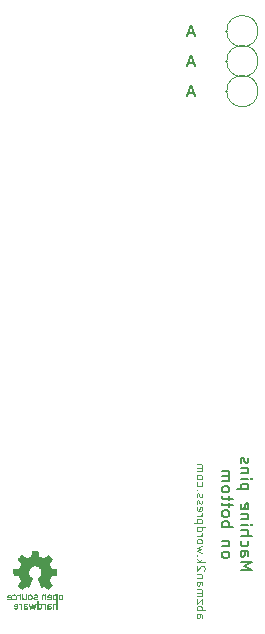
<source format=gbo>
G04 #@! TF.GenerationSoftware,KiCad,Pcbnew,(6.0.0)*
G04 #@! TF.CreationDate,2023-01-29T20:38:55-05:00*
G04 #@! TF.ProjectId,tms7000 54 pin adapter,746d7337-3030-4302-9035-342070696e20,rev?*
G04 #@! TF.SameCoordinates,Original*
G04 #@! TF.FileFunction,Legend,Bot*
G04 #@! TF.FilePolarity,Positive*
%FSLAX46Y46*%
G04 Gerber Fmt 4.6, Leading zero omitted, Abs format (unit mm)*
G04 Created by KiCad (PCBNEW (6.0.0)) date 2023-01-29 20:38:55*
%MOMM*%
%LPD*%
G01*
G04 APERTURE LIST*
%ADD10C,0.150000*%
%ADD11C,0.100000*%
%ADD12C,0.120000*%
%ADD13R,1.600000X1.600000*%
%ADD14O,1.600000X1.600000*%
%ADD15C,1.600000*%
%ADD16R,1.100000X1.100000*%
%ADD17C,1.100000*%
%ADD18O,1.400000X1.400000*%
G04 APERTURE END LIST*
D10*
X142084619Y-93868285D02*
X143084619Y-93868285D01*
X142370333Y-93534952D01*
X143084619Y-93201619D01*
X142084619Y-93201619D01*
X142084619Y-92296857D02*
X142608428Y-92296857D01*
X142703666Y-92344476D01*
X142751285Y-92439714D01*
X142751285Y-92630190D01*
X142703666Y-92725428D01*
X142132238Y-92296857D02*
X142084619Y-92392095D01*
X142084619Y-92630190D01*
X142132238Y-92725428D01*
X142227476Y-92773047D01*
X142322714Y-92773047D01*
X142417952Y-92725428D01*
X142465571Y-92630190D01*
X142465571Y-92392095D01*
X142513190Y-92296857D01*
X142132238Y-91392095D02*
X142084619Y-91487333D01*
X142084619Y-91677809D01*
X142132238Y-91773047D01*
X142179857Y-91820666D01*
X142275095Y-91868285D01*
X142560809Y-91868285D01*
X142656047Y-91820666D01*
X142703666Y-91773047D01*
X142751285Y-91677809D01*
X142751285Y-91487333D01*
X142703666Y-91392095D01*
X142084619Y-90963523D02*
X143084619Y-90963523D01*
X142084619Y-90534952D02*
X142608428Y-90534952D01*
X142703666Y-90582571D01*
X142751285Y-90677809D01*
X142751285Y-90820666D01*
X142703666Y-90915904D01*
X142656047Y-90963523D01*
X142084619Y-90058761D02*
X142751285Y-90058761D01*
X143084619Y-90058761D02*
X143037000Y-90106380D01*
X142989380Y-90058761D01*
X143037000Y-90011142D01*
X143084619Y-90058761D01*
X142989380Y-90058761D01*
X142751285Y-89582571D02*
X142084619Y-89582571D01*
X142656047Y-89582571D02*
X142703666Y-89534952D01*
X142751285Y-89439714D01*
X142751285Y-89296857D01*
X142703666Y-89201619D01*
X142608428Y-89154000D01*
X142084619Y-89154000D01*
X142132238Y-88296857D02*
X142084619Y-88392095D01*
X142084619Y-88582571D01*
X142132238Y-88677809D01*
X142227476Y-88725428D01*
X142608428Y-88725428D01*
X142703666Y-88677809D01*
X142751285Y-88582571D01*
X142751285Y-88392095D01*
X142703666Y-88296857D01*
X142608428Y-88249238D01*
X142513190Y-88249238D01*
X142417952Y-88725428D01*
X142751285Y-87058761D02*
X141751285Y-87058761D01*
X142703666Y-87058761D02*
X142751285Y-86963523D01*
X142751285Y-86773047D01*
X142703666Y-86677809D01*
X142656047Y-86630190D01*
X142560809Y-86582571D01*
X142275095Y-86582571D01*
X142179857Y-86630190D01*
X142132238Y-86677809D01*
X142084619Y-86773047D01*
X142084619Y-86963523D01*
X142132238Y-87058761D01*
X142084619Y-86154000D02*
X142751285Y-86154000D01*
X143084619Y-86154000D02*
X143037000Y-86201619D01*
X142989380Y-86154000D01*
X143037000Y-86106380D01*
X143084619Y-86154000D01*
X142989380Y-86154000D01*
X142751285Y-85677809D02*
X142084619Y-85677809D01*
X142656047Y-85677809D02*
X142703666Y-85630190D01*
X142751285Y-85534952D01*
X142751285Y-85392095D01*
X142703666Y-85296857D01*
X142608428Y-85249238D01*
X142084619Y-85249238D01*
X142132238Y-84820666D02*
X142084619Y-84725428D01*
X142084619Y-84534952D01*
X142132238Y-84439714D01*
X142227476Y-84392095D01*
X142275095Y-84392095D01*
X142370333Y-84439714D01*
X142417952Y-84534952D01*
X142417952Y-84677809D01*
X142465571Y-84773047D01*
X142560809Y-84820666D01*
X142608428Y-84820666D01*
X142703666Y-84773047D01*
X142751285Y-84677809D01*
X142751285Y-84534952D01*
X142703666Y-84439714D01*
X140474619Y-92654000D02*
X140522238Y-92749238D01*
X140569857Y-92796857D01*
X140665095Y-92844476D01*
X140950809Y-92844476D01*
X141046047Y-92796857D01*
X141093666Y-92749238D01*
X141141285Y-92654000D01*
X141141285Y-92511142D01*
X141093666Y-92415904D01*
X141046047Y-92368285D01*
X140950809Y-92320666D01*
X140665095Y-92320666D01*
X140569857Y-92368285D01*
X140522238Y-92415904D01*
X140474619Y-92511142D01*
X140474619Y-92654000D01*
X141141285Y-91892095D02*
X140474619Y-91892095D01*
X141046047Y-91892095D02*
X141093666Y-91844476D01*
X141141285Y-91749238D01*
X141141285Y-91606380D01*
X141093666Y-91511142D01*
X140998428Y-91463523D01*
X140474619Y-91463523D01*
X140474619Y-90225428D02*
X141474619Y-90225428D01*
X141093666Y-90225428D02*
X141141285Y-90130190D01*
X141141285Y-89939714D01*
X141093666Y-89844476D01*
X141046047Y-89796857D01*
X140950809Y-89749238D01*
X140665095Y-89749238D01*
X140569857Y-89796857D01*
X140522238Y-89844476D01*
X140474619Y-89939714D01*
X140474619Y-90130190D01*
X140522238Y-90225428D01*
X140474619Y-89177809D02*
X140522238Y-89273047D01*
X140569857Y-89320666D01*
X140665095Y-89368285D01*
X140950809Y-89368285D01*
X141046047Y-89320666D01*
X141093666Y-89273047D01*
X141141285Y-89177809D01*
X141141285Y-89034952D01*
X141093666Y-88939714D01*
X141046047Y-88892095D01*
X140950809Y-88844476D01*
X140665095Y-88844476D01*
X140569857Y-88892095D01*
X140522238Y-88939714D01*
X140474619Y-89034952D01*
X140474619Y-89177809D01*
X141141285Y-88558761D02*
X141141285Y-88177809D01*
X141474619Y-88415904D02*
X140617476Y-88415904D01*
X140522238Y-88368285D01*
X140474619Y-88273047D01*
X140474619Y-88177809D01*
X141141285Y-87987333D02*
X141141285Y-87606380D01*
X141474619Y-87844476D02*
X140617476Y-87844476D01*
X140522238Y-87796857D01*
X140474619Y-87701619D01*
X140474619Y-87606380D01*
X140474619Y-87130190D02*
X140522238Y-87225428D01*
X140569857Y-87273047D01*
X140665095Y-87320666D01*
X140950809Y-87320666D01*
X141046047Y-87273047D01*
X141093666Y-87225428D01*
X141141285Y-87130190D01*
X141141285Y-86987333D01*
X141093666Y-86892095D01*
X141046047Y-86844476D01*
X140950809Y-86796857D01*
X140665095Y-86796857D01*
X140569857Y-86844476D01*
X140522238Y-86892095D01*
X140474619Y-86987333D01*
X140474619Y-87130190D01*
X140474619Y-86368285D02*
X141141285Y-86368285D01*
X141046047Y-86368285D02*
X141093666Y-86320666D01*
X141141285Y-86225428D01*
X141141285Y-86082571D01*
X141093666Y-85987333D01*
X140998428Y-85939714D01*
X140474619Y-85939714D01*
X140998428Y-85939714D02*
X141093666Y-85892095D01*
X141141285Y-85796857D01*
X141141285Y-85654000D01*
X141093666Y-85558761D01*
X140998428Y-85511142D01*
X140474619Y-85511142D01*
D11*
X138367333Y-97640000D02*
X138734000Y-97640000D01*
X138800666Y-97673333D01*
X138834000Y-97740000D01*
X138834000Y-97873333D01*
X138800666Y-97940000D01*
X138400666Y-97640000D02*
X138367333Y-97706666D01*
X138367333Y-97873333D01*
X138400666Y-97940000D01*
X138467333Y-97973333D01*
X138534000Y-97973333D01*
X138600666Y-97940000D01*
X138634000Y-97873333D01*
X138634000Y-97706666D01*
X138667333Y-97640000D01*
X138367333Y-97306666D02*
X139067333Y-97306666D01*
X138800666Y-97306666D02*
X138834000Y-97240000D01*
X138834000Y-97106666D01*
X138800666Y-97040000D01*
X138767333Y-97006666D01*
X138700666Y-96973333D01*
X138500666Y-96973333D01*
X138434000Y-97006666D01*
X138400666Y-97040000D01*
X138367333Y-97106666D01*
X138367333Y-97240000D01*
X138400666Y-97306666D01*
X138834000Y-96740000D02*
X138834000Y-96373333D01*
X138367333Y-96740000D01*
X138367333Y-96373333D01*
X138367333Y-96106666D02*
X138834000Y-96106666D01*
X138767333Y-96106666D02*
X138800666Y-96073333D01*
X138834000Y-96006666D01*
X138834000Y-95906666D01*
X138800666Y-95840000D01*
X138734000Y-95806666D01*
X138367333Y-95806666D01*
X138734000Y-95806666D02*
X138800666Y-95773333D01*
X138834000Y-95706666D01*
X138834000Y-95606666D01*
X138800666Y-95540000D01*
X138734000Y-95506666D01*
X138367333Y-95506666D01*
X138367333Y-94873333D02*
X138734000Y-94873333D01*
X138800666Y-94906666D01*
X138834000Y-94973333D01*
X138834000Y-95106666D01*
X138800666Y-95173333D01*
X138400666Y-94873333D02*
X138367333Y-94940000D01*
X138367333Y-95106666D01*
X138400666Y-95173333D01*
X138467333Y-95206666D01*
X138534000Y-95206666D01*
X138600666Y-95173333D01*
X138634000Y-95106666D01*
X138634000Y-94940000D01*
X138667333Y-94873333D01*
X138834000Y-94540000D02*
X138367333Y-94540000D01*
X138767333Y-94540000D02*
X138800666Y-94506666D01*
X138834000Y-94440000D01*
X138834000Y-94340000D01*
X138800666Y-94273333D01*
X138734000Y-94240000D01*
X138367333Y-94240000D01*
X139000666Y-93940000D02*
X139034000Y-93906666D01*
X139067333Y-93840000D01*
X139067333Y-93673333D01*
X139034000Y-93606666D01*
X139000666Y-93573333D01*
X138934000Y-93540000D01*
X138867333Y-93540000D01*
X138767333Y-93573333D01*
X138367333Y-93973333D01*
X138367333Y-93540000D01*
X138367333Y-93240000D02*
X139067333Y-93240000D01*
X138634000Y-93173333D02*
X138367333Y-92973333D01*
X138834000Y-92973333D02*
X138567333Y-93240000D01*
X138434000Y-92673333D02*
X138400666Y-92640000D01*
X138367333Y-92673333D01*
X138400666Y-92706666D01*
X138434000Y-92673333D01*
X138367333Y-92673333D01*
X138834000Y-92406666D02*
X138367333Y-92273333D01*
X138700666Y-92140000D01*
X138367333Y-92006666D01*
X138834000Y-91873333D01*
X138367333Y-91506666D02*
X138400666Y-91573333D01*
X138434000Y-91606666D01*
X138500666Y-91640000D01*
X138700666Y-91640000D01*
X138767333Y-91606666D01*
X138800666Y-91573333D01*
X138834000Y-91506666D01*
X138834000Y-91406666D01*
X138800666Y-91340000D01*
X138767333Y-91306666D01*
X138700666Y-91273333D01*
X138500666Y-91273333D01*
X138434000Y-91306666D01*
X138400666Y-91340000D01*
X138367333Y-91406666D01*
X138367333Y-91506666D01*
X138367333Y-90973333D02*
X138834000Y-90973333D01*
X138700666Y-90973333D02*
X138767333Y-90940000D01*
X138800666Y-90906666D01*
X138834000Y-90840000D01*
X138834000Y-90773333D01*
X138367333Y-90240000D02*
X139067333Y-90240000D01*
X138400666Y-90240000D02*
X138367333Y-90306666D01*
X138367333Y-90440000D01*
X138400666Y-90506666D01*
X138434000Y-90540000D01*
X138500666Y-90573333D01*
X138700666Y-90573333D01*
X138767333Y-90540000D01*
X138800666Y-90506666D01*
X138834000Y-90440000D01*
X138834000Y-90306666D01*
X138800666Y-90240000D01*
X138834000Y-89906666D02*
X138134000Y-89906666D01*
X138800666Y-89906666D02*
X138834000Y-89840000D01*
X138834000Y-89706666D01*
X138800666Y-89640000D01*
X138767333Y-89606666D01*
X138700666Y-89573333D01*
X138500666Y-89573333D01*
X138434000Y-89606666D01*
X138400666Y-89640000D01*
X138367333Y-89706666D01*
X138367333Y-89840000D01*
X138400666Y-89906666D01*
X138367333Y-89273333D02*
X138834000Y-89273333D01*
X138700666Y-89273333D02*
X138767333Y-89240000D01*
X138800666Y-89206666D01*
X138834000Y-89140000D01*
X138834000Y-89073333D01*
X138400666Y-88573333D02*
X138367333Y-88640000D01*
X138367333Y-88773333D01*
X138400666Y-88840000D01*
X138467333Y-88873333D01*
X138734000Y-88873333D01*
X138800666Y-88840000D01*
X138834000Y-88773333D01*
X138834000Y-88640000D01*
X138800666Y-88573333D01*
X138734000Y-88540000D01*
X138667333Y-88540000D01*
X138600666Y-88873333D01*
X138400666Y-88273333D02*
X138367333Y-88206666D01*
X138367333Y-88073333D01*
X138400666Y-88006666D01*
X138467333Y-87973333D01*
X138500666Y-87973333D01*
X138567333Y-88006666D01*
X138600666Y-88073333D01*
X138600666Y-88173333D01*
X138634000Y-88240000D01*
X138700666Y-88273333D01*
X138734000Y-88273333D01*
X138800666Y-88240000D01*
X138834000Y-88173333D01*
X138834000Y-88073333D01*
X138800666Y-88006666D01*
X138400666Y-87706666D02*
X138367333Y-87640000D01*
X138367333Y-87506666D01*
X138400666Y-87440000D01*
X138467333Y-87406666D01*
X138500666Y-87406666D01*
X138567333Y-87440000D01*
X138600666Y-87506666D01*
X138600666Y-87606666D01*
X138634000Y-87673333D01*
X138700666Y-87706666D01*
X138734000Y-87706666D01*
X138800666Y-87673333D01*
X138834000Y-87606666D01*
X138834000Y-87506666D01*
X138800666Y-87440000D01*
X138434000Y-87106666D02*
X138400666Y-87073333D01*
X138367333Y-87106666D01*
X138400666Y-87140000D01*
X138434000Y-87106666D01*
X138367333Y-87106666D01*
X138400666Y-86473333D02*
X138367333Y-86540000D01*
X138367333Y-86673333D01*
X138400666Y-86740000D01*
X138434000Y-86773333D01*
X138500666Y-86806666D01*
X138700666Y-86806666D01*
X138767333Y-86773333D01*
X138800666Y-86740000D01*
X138834000Y-86673333D01*
X138834000Y-86540000D01*
X138800666Y-86473333D01*
X138367333Y-86073333D02*
X138400666Y-86140000D01*
X138434000Y-86173333D01*
X138500666Y-86206666D01*
X138700666Y-86206666D01*
X138767333Y-86173333D01*
X138800666Y-86140000D01*
X138834000Y-86073333D01*
X138834000Y-85973333D01*
X138800666Y-85906666D01*
X138767333Y-85873333D01*
X138700666Y-85840000D01*
X138500666Y-85840000D01*
X138434000Y-85873333D01*
X138400666Y-85906666D01*
X138367333Y-85973333D01*
X138367333Y-86073333D01*
X138367333Y-85540000D02*
X138834000Y-85540000D01*
X138767333Y-85540000D02*
X138800666Y-85506666D01*
X138834000Y-85440000D01*
X138834000Y-85340000D01*
X138800666Y-85273333D01*
X138734000Y-85240000D01*
X138367333Y-85240000D01*
X138734000Y-85240000D02*
X138800666Y-85206666D01*
X138834000Y-85140000D01*
X138834000Y-85040000D01*
X138800666Y-84973333D01*
X138734000Y-84940000D01*
X138367333Y-84940000D01*
D10*
X138138095Y-50966666D02*
X137661904Y-50966666D01*
X138233333Y-51252380D02*
X137900000Y-50252380D01*
X137566666Y-51252380D01*
X138138095Y-48426666D02*
X137661904Y-48426666D01*
X138233333Y-48712380D02*
X137900000Y-47712380D01*
X137566666Y-48712380D01*
X138138095Y-53506666D02*
X137661904Y-53506666D01*
X138233333Y-53792380D02*
X137900000Y-52792380D01*
X137566666Y-53792380D01*
G36*
X127087389Y-96262644D02*
G01*
X127080887Y-96306692D01*
X127069432Y-96343065D01*
X127052383Y-96373840D01*
X127029101Y-96401091D01*
X127013543Y-96415032D01*
X126972530Y-96440863D01*
X126927542Y-96455036D01*
X126892314Y-96457788D01*
X126851745Y-96455121D01*
X126814517Y-96447277D01*
X126788930Y-96436783D01*
X126751903Y-96411732D01*
X126720822Y-96378289D01*
X126698305Y-96338896D01*
X126693959Y-96325802D01*
X126687969Y-96294798D01*
X126684166Y-96256595D01*
X126682555Y-96214443D01*
X126682688Y-96204622D01*
X126783396Y-96204622D01*
X126784009Y-96233827D01*
X126787610Y-96273015D01*
X126794818Y-96302494D01*
X126806071Y-96323791D01*
X126821807Y-96338431D01*
X126821842Y-96338454D01*
X126851699Y-96351496D01*
X126884910Y-96355697D01*
X126917383Y-96351083D01*
X126945031Y-96337678D01*
X126954491Y-96330094D01*
X126967977Y-96315574D01*
X126977170Y-96298180D01*
X126982813Y-96275524D01*
X126985653Y-96245214D01*
X126986434Y-96204860D01*
X126986432Y-96201198D01*
X126986118Y-96168228D01*
X126985024Y-96144807D01*
X126982802Y-96128236D01*
X126979107Y-96115818D01*
X126973593Y-96104856D01*
X126958118Y-96084609D01*
X126932291Y-96065528D01*
X126902772Y-96055446D01*
X126872039Y-96054361D01*
X126842569Y-96062271D01*
X126816838Y-96079171D01*
X126797325Y-96105059D01*
X126791672Y-96117271D01*
X126787343Y-96131273D01*
X126784811Y-96148421D01*
X126783641Y-96171832D01*
X126783396Y-96204622D01*
X126682688Y-96204622D01*
X126683137Y-96171595D01*
X126685916Y-96131300D01*
X126690894Y-96096811D01*
X126698074Y-96071377D01*
X126707503Y-96051878D01*
X126734757Y-96014228D01*
X126769129Y-95984967D01*
X126808824Y-95964456D01*
X126852045Y-95953056D01*
X126896997Y-95951129D01*
X126941884Y-95959034D01*
X126984911Y-95977134D01*
X127024281Y-96005789D01*
X127033752Y-96014975D01*
X127055751Y-96041849D01*
X127071622Y-96072103D01*
X127082076Y-96107908D01*
X127087826Y-96151437D01*
X127089584Y-96204860D01*
X127089576Y-96208846D01*
X127087389Y-96262644D01*
G37*
G36*
X122977871Y-95954238D02*
G01*
X123015992Y-95963047D01*
X123062834Y-95983097D01*
X123101027Y-96012091D01*
X123130702Y-96050168D01*
X123151990Y-96097468D01*
X123165022Y-96154132D01*
X123168813Y-96208952D01*
X123164257Y-96263558D01*
X123151680Y-96314106D01*
X123131645Y-96358354D01*
X123104717Y-96394062D01*
X123098313Y-96400200D01*
X123065202Y-96424577D01*
X123026916Y-96443771D01*
X122989003Y-96454867D01*
X122965022Y-96458394D01*
X122937330Y-96459908D01*
X122912099Y-96457074D01*
X122883799Y-96449619D01*
X122871987Y-96445538D01*
X122836908Y-96429273D01*
X122804545Y-96408747D01*
X122779743Y-96386882D01*
X122772316Y-96377808D01*
X122771768Y-96370513D01*
X122779743Y-96360459D01*
X122783378Y-96356658D01*
X122797995Y-96343044D01*
X122814962Y-96328782D01*
X122838272Y-96310296D01*
X122860727Y-96327423D01*
X122865668Y-96331027D01*
X122899678Y-96348417D01*
X122935569Y-96355831D01*
X122971033Y-96353672D01*
X123003765Y-96342349D01*
X123031459Y-96322264D01*
X123051808Y-96293825D01*
X123052576Y-96292244D01*
X123059531Y-96275391D01*
X123063699Y-96257822D01*
X123065716Y-96235618D01*
X123066216Y-96204860D01*
X123066177Y-96195915D01*
X123065349Y-96168334D01*
X123062925Y-96148228D01*
X123058215Y-96131631D01*
X123050532Y-96114574D01*
X123033896Y-96089155D01*
X123009032Y-96068800D01*
X122977211Y-96057986D01*
X122937239Y-96056096D01*
X122925983Y-96056829D01*
X122903422Y-96060086D01*
X122885471Y-96066754D01*
X122866473Y-96078636D01*
X122837664Y-96098942D01*
X122814658Y-96080697D01*
X122808917Y-96076039D01*
X122792153Y-96061426D01*
X122779684Y-96049195D01*
X122777840Y-96047144D01*
X122771560Y-96038479D01*
X122772929Y-96031261D01*
X122782449Y-96020254D01*
X122785187Y-96017425D01*
X122815986Y-95992751D01*
X122854070Y-95971886D01*
X122894764Y-95957443D01*
X122904832Y-95954973D01*
X122928491Y-95950847D01*
X122950570Y-95950690D01*
X122977871Y-95954238D01*
G37*
G36*
X123411677Y-96737800D02*
G01*
X123453860Y-96748756D01*
X123491837Y-96770210D01*
X123513705Y-96786889D01*
X123513705Y-96742492D01*
X123613729Y-96742492D01*
X123613729Y-97236364D01*
X123513705Y-97236364D01*
X123513695Y-97072261D01*
X123513662Y-97039446D01*
X123513441Y-96995757D01*
X123512930Y-96962000D01*
X123512036Y-96936591D01*
X123510665Y-96917944D01*
X123508723Y-96904474D01*
X123506118Y-96894595D01*
X123502755Y-96886722D01*
X123492847Y-96871290D01*
X123469113Y-96850292D01*
X123440121Y-96838753D01*
X123408599Y-96837525D01*
X123377272Y-96847462D01*
X123352794Y-96860221D01*
X123316699Y-96816346D01*
X123315920Y-96815397D01*
X123298951Y-96793992D01*
X123289510Y-96779879D01*
X123286623Y-96771283D01*
X123289315Y-96766426D01*
X123325343Y-96747579D01*
X123367950Y-96737391D01*
X123411677Y-96737800D01*
G37*
G36*
X126123277Y-97137740D02*
G01*
X126114922Y-97157757D01*
X126091580Y-97189802D01*
X126058911Y-97215586D01*
X126018545Y-97233616D01*
X125993158Y-97239020D01*
X125958418Y-97241812D01*
X125923401Y-97240875D01*
X125894172Y-97236088D01*
X125892691Y-97235657D01*
X125871317Y-97226380D01*
X125851974Y-97213687D01*
X125833025Y-97197743D01*
X125833025Y-97236364D01*
X125725651Y-97236364D01*
X125727978Y-97064272D01*
X125833025Y-97064272D01*
X125833604Y-97078452D01*
X125838725Y-97106494D01*
X125848335Y-97127439D01*
X125861451Y-97138712D01*
X125864155Y-97139600D01*
X125882169Y-97142827D01*
X125907171Y-97144946D01*
X125934707Y-97145796D01*
X125960328Y-97145214D01*
X125979582Y-97143036D01*
X125987641Y-97140911D01*
X126010465Y-97128711D01*
X126025844Y-97110733D01*
X126032743Y-97089599D01*
X126030127Y-97067929D01*
X126016961Y-97048344D01*
X126010341Y-97042676D01*
X126002387Y-97038213D01*
X125991449Y-97035238D01*
X125975148Y-97033340D01*
X125951103Y-97032111D01*
X125916937Y-97031141D01*
X125833025Y-97029094D01*
X125833025Y-97064272D01*
X125727978Y-97064272D01*
X125728208Y-97047255D01*
X125728247Y-97044355D01*
X125729275Y-96983620D01*
X125730548Y-96934473D01*
X125732113Y-96896040D01*
X125734012Y-96867444D01*
X125736292Y-96847811D01*
X125738998Y-96836265D01*
X125752443Y-96808681D01*
X125777282Y-96779763D01*
X125811901Y-96757477D01*
X125821053Y-96753171D01*
X125838787Y-96746373D01*
X125857670Y-96741986D01*
X125881486Y-96739268D01*
X125914020Y-96737479D01*
X125940432Y-96736870D01*
X125984015Y-96739008D01*
X126019425Y-96746034D01*
X126049091Y-96758543D01*
X126075440Y-96777132D01*
X126086170Y-96786729D01*
X126097461Y-96798123D01*
X126101841Y-96804491D01*
X126101693Y-96805031D01*
X126095611Y-96811955D01*
X126082396Y-96823767D01*
X126064504Y-96838248D01*
X126027166Y-96867244D01*
X126011277Y-96852518D01*
X126002270Y-96845351D01*
X125983153Y-96836342D01*
X125957587Y-96831474D01*
X125922690Y-96830014D01*
X125907294Y-96830657D01*
X125877148Y-96836125D01*
X125853732Y-96846349D01*
X125839780Y-96860331D01*
X125837340Y-96867205D01*
X125834238Y-96885354D01*
X125833025Y-96907065D01*
X125833025Y-96941179D01*
X125925235Y-96943805D01*
X125968004Y-96945565D01*
X126002830Y-96948623D01*
X126029680Y-96953508D01*
X126050863Y-96960814D01*
X126068688Y-96971137D01*
X126085462Y-96985071D01*
X126096949Y-96997966D01*
X126114503Y-97029197D01*
X126125417Y-97065625D01*
X126127499Y-97089599D01*
X126128678Y-97103167D01*
X126123277Y-97137740D01*
G37*
G36*
X126496434Y-97236364D02*
G01*
X126494498Y-97069135D01*
X126494145Y-97039512D01*
X126493519Y-96995597D01*
X126492783Y-96961697D01*
X126491805Y-96936222D01*
X126490451Y-96917577D01*
X126488587Y-96904172D01*
X126486080Y-96894412D01*
X126482797Y-96886706D01*
X126478603Y-96879461D01*
X126477992Y-96878494D01*
X126457149Y-96856799D01*
X126429512Y-96842771D01*
X126398521Y-96837062D01*
X126367620Y-96840325D01*
X126340249Y-96853214D01*
X126329982Y-96861294D01*
X126321244Y-96870344D01*
X126314528Y-96881322D01*
X126309571Y-96895738D01*
X126306107Y-96915103D01*
X126303873Y-96940927D01*
X126302603Y-96974721D01*
X126302034Y-97017995D01*
X126301900Y-97072261D01*
X126301891Y-97236364D01*
X126201354Y-97236364D01*
X126203173Y-97044129D01*
X126203271Y-97033827D01*
X126203871Y-96978085D01*
X126204686Y-96933100D01*
X126205998Y-96897373D01*
X126208088Y-96869404D01*
X126211240Y-96847694D01*
X126215735Y-96830744D01*
X126221855Y-96817054D01*
X126229884Y-96805126D01*
X126240103Y-96793460D01*
X126252794Y-96780557D01*
X126267956Y-96767508D01*
X126303671Y-96747927D01*
X126343792Y-96737566D01*
X126385391Y-96736657D01*
X126425538Y-96745430D01*
X126461305Y-96764116D01*
X126463334Y-96765586D01*
X126477775Y-96775746D01*
X126487874Y-96782376D01*
X126488701Y-96782602D01*
X126490820Y-96779698D01*
X126492492Y-96770631D01*
X126493761Y-96754346D01*
X126494671Y-96729785D01*
X126495266Y-96695893D01*
X126495590Y-96651612D01*
X126495688Y-96595886D01*
X126495688Y-96404781D01*
X126462868Y-96426443D01*
X126447662Y-96435433D01*
X126422440Y-96447327D01*
X126400229Y-96454693D01*
X126369194Y-96458451D01*
X126327136Y-96453887D01*
X126288242Y-96438972D01*
X126254504Y-96414870D01*
X126227914Y-96382746D01*
X126210464Y-96343763D01*
X126209652Y-96340742D01*
X126205495Y-96316146D01*
X126202559Y-96282661D01*
X126200844Y-96243333D01*
X126200429Y-96207986D01*
X126305016Y-96207986D01*
X126305498Y-96246380D01*
X126307482Y-96278556D01*
X126311532Y-96302193D01*
X126318210Y-96319347D01*
X126328076Y-96332073D01*
X126341691Y-96342429D01*
X126358756Y-96350480D01*
X126388223Y-96356127D01*
X126418651Y-96354293D01*
X126446119Y-96345372D01*
X126466704Y-96329764D01*
X126472699Y-96321379D01*
X126484967Y-96293046D01*
X126492757Y-96257414D01*
X126496088Y-96217623D01*
X126494979Y-96176815D01*
X126489449Y-96138130D01*
X126479516Y-96104709D01*
X126465200Y-96079694D01*
X126456345Y-96069959D01*
X126445478Y-96062372D01*
X126430875Y-96058336D01*
X126408153Y-96056032D01*
X126385858Y-96055596D01*
X126355395Y-96061064D01*
X126332702Y-96074914D01*
X126316286Y-96097828D01*
X126311575Y-96109489D01*
X126308331Y-96123916D01*
X126306323Y-96143514D01*
X126305301Y-96170724D01*
X126305016Y-96207986D01*
X126200429Y-96207986D01*
X126200349Y-96201209D01*
X126201072Y-96159334D01*
X126203014Y-96120754D01*
X126206173Y-96088517D01*
X126210548Y-96065668D01*
X126217244Y-96046939D01*
X126238648Y-96011125D01*
X126267730Y-95983222D01*
X126302672Y-95963821D01*
X126341654Y-95953514D01*
X126382855Y-95952892D01*
X126424457Y-95962547D01*
X126464638Y-95983070D01*
X126495688Y-96003965D01*
X126495688Y-95954798D01*
X126595713Y-95954798D01*
X126595713Y-97236364D01*
X126496434Y-97236364D01*
G37*
G36*
X122739054Y-96197519D02*
G01*
X122738451Y-96235025D01*
X122735988Y-96269379D01*
X122731700Y-96295969D01*
X122719097Y-96334741D01*
X122694702Y-96378724D01*
X122661952Y-96413624D01*
X122621212Y-96439074D01*
X122572848Y-96454708D01*
X122569870Y-96455295D01*
X122515895Y-96459426D01*
X122462548Y-96451787D01*
X122412082Y-96432941D01*
X122366750Y-96403447D01*
X122360269Y-96397882D01*
X122349090Y-96386868D01*
X122344667Y-96380207D01*
X122344698Y-96379966D01*
X122349789Y-96373179D01*
X122361907Y-96361098D01*
X122378612Y-96346170D01*
X122412557Y-96317169D01*
X122435184Y-96332524D01*
X122438735Y-96334850D01*
X122459897Y-96346624D01*
X122480045Y-96355217D01*
X122489905Y-96357786D01*
X122517319Y-96360513D01*
X122546851Y-96358956D01*
X122573746Y-96353555D01*
X122593250Y-96344748D01*
X122608816Y-96328790D01*
X122623510Y-96305823D01*
X122634297Y-96281144D01*
X122638489Y-96259799D01*
X122638489Y-96242369D01*
X122330814Y-96242369D01*
X122333378Y-96172039D01*
X122334152Y-96161099D01*
X122430797Y-96161099D01*
X122638489Y-96161099D01*
X122638489Y-96143328D01*
X122635450Y-96124786D01*
X122624235Y-96099124D01*
X122607563Y-96075933D01*
X122588419Y-96060170D01*
X122587520Y-96059698D01*
X122563303Y-96051620D01*
X122534798Y-96048571D01*
X122527949Y-96048768D01*
X122494333Y-96056359D01*
X122466972Y-96074311D01*
X122446886Y-96101713D01*
X122435091Y-96137656D01*
X122430797Y-96161099D01*
X122334152Y-96161099D01*
X122336583Y-96126718D01*
X122343361Y-96089731D01*
X122354730Y-96059451D01*
X122371751Y-96033071D01*
X122395484Y-96007789D01*
X122433084Y-95979394D01*
X122477904Y-95959477D01*
X122525608Y-95951200D01*
X122574733Y-95954995D01*
X122617329Y-95968291D01*
X122657831Y-95992633D01*
X122690761Y-96026780D01*
X122715894Y-96070495D01*
X122733006Y-96123537D01*
X122734540Y-96131494D01*
X122737722Y-96161099D01*
X122737762Y-96161472D01*
X122739054Y-96197519D01*
G37*
G36*
X124743369Y-92241388D02*
G01*
X124799570Y-92241442D01*
X124845038Y-92241603D01*
X124880952Y-92241928D01*
X124908490Y-92242476D01*
X124928834Y-92243302D01*
X124943163Y-92244464D01*
X124952655Y-92246019D01*
X124958491Y-92248024D01*
X124961851Y-92250535D01*
X124963913Y-92253610D01*
X124964182Y-92254217D01*
X124967094Y-92264783D01*
X124971909Y-92286002D01*
X124978341Y-92316450D01*
X124986099Y-92354706D01*
X124994894Y-92399349D01*
X125004438Y-92448957D01*
X125014441Y-92502108D01*
X125016182Y-92511436D01*
X125026164Y-92563856D01*
X125035712Y-92612320D01*
X125044530Y-92655436D01*
X125052320Y-92691812D01*
X125058787Y-92720058D01*
X125063633Y-92738782D01*
X125066563Y-92746591D01*
X125068658Y-92748118D01*
X125081227Y-92754716D01*
X125102847Y-92764748D01*
X125131660Y-92777451D01*
X125165810Y-92792066D01*
X125203439Y-92807832D01*
X125242689Y-92823987D01*
X125281702Y-92839772D01*
X125318621Y-92854425D01*
X125351588Y-92867186D01*
X125378746Y-92877293D01*
X125398236Y-92883986D01*
X125408203Y-92886505D01*
X125411560Y-92885922D01*
X125424228Y-92880311D01*
X125444948Y-92868554D01*
X125474122Y-92850396D01*
X125512152Y-92825582D01*
X125559442Y-92793858D01*
X125616394Y-92754970D01*
X125633748Y-92743042D01*
X125683170Y-92709091D01*
X125723576Y-92681409D01*
X125755953Y-92659381D01*
X125781288Y-92642393D01*
X125800566Y-92629831D01*
X125814776Y-92621079D01*
X125824904Y-92615523D01*
X125831935Y-92612549D01*
X125836857Y-92611541D01*
X125840656Y-92611885D01*
X125844318Y-92612967D01*
X125849804Y-92616512D01*
X125863480Y-92628125D01*
X125883484Y-92646557D01*
X125908641Y-92670611D01*
X125937776Y-92699093D01*
X125969713Y-92730804D01*
X126003278Y-92764550D01*
X126037294Y-92799134D01*
X126070588Y-92833359D01*
X126101984Y-92866030D01*
X126130307Y-92895950D01*
X126154381Y-92921924D01*
X126173032Y-92942754D01*
X126185084Y-92957244D01*
X126189363Y-92964199D01*
X126189303Y-92964667D01*
X126184995Y-92973787D01*
X126174427Y-92991805D01*
X126158378Y-93017510D01*
X126137628Y-93049693D01*
X126112955Y-93087143D01*
X126085137Y-93128652D01*
X126054955Y-93173009D01*
X126052078Y-93177208D01*
X126012190Y-93235896D01*
X125979392Y-93285116D01*
X125953756Y-93324756D01*
X125935355Y-93354699D01*
X125924261Y-93374831D01*
X125920547Y-93385039D01*
X125921603Y-93391070D01*
X125927022Y-93408357D01*
X125936352Y-93433753D01*
X125948817Y-93465465D01*
X125963640Y-93501699D01*
X125980045Y-93540663D01*
X125997256Y-93580564D01*
X126014496Y-93619609D01*
X126030988Y-93656004D01*
X126045956Y-93687958D01*
X126058623Y-93713676D01*
X126068213Y-93731366D01*
X126073949Y-93739235D01*
X126081881Y-93742017D01*
X126100930Y-93746846D01*
X126129433Y-93753271D01*
X126165910Y-93760982D01*
X126208880Y-93769665D01*
X126256864Y-93779008D01*
X126308382Y-93788699D01*
X126356241Y-93797626D01*
X126404653Y-93806820D01*
X126448213Y-93815264D01*
X126485432Y-93822660D01*
X126514819Y-93828713D01*
X126534884Y-93833125D01*
X126544138Y-93835600D01*
X126558204Y-93841510D01*
X126558204Y-94091037D01*
X126558203Y-94099380D01*
X126558163Y-94160530D01*
X126558021Y-94210474D01*
X126557728Y-94250368D01*
X126557234Y-94281366D01*
X126556489Y-94304623D01*
X126555444Y-94321295D01*
X126554048Y-94332537D01*
X126552253Y-94339504D01*
X126550008Y-94343351D01*
X126547264Y-94345233D01*
X126538961Y-94347385D01*
X126519765Y-94351547D01*
X126491157Y-94357416D01*
X126454589Y-94364702D01*
X126411512Y-94373116D01*
X126363377Y-94382369D01*
X126311634Y-94392173D01*
X126282245Y-94397726D01*
X126224864Y-94408767D01*
X126178477Y-94418034D01*
X126142161Y-94425736D01*
X126114993Y-94432085D01*
X126096050Y-94437289D01*
X126084409Y-94441560D01*
X126079147Y-94445108D01*
X126078256Y-94446600D01*
X126072683Y-94458358D01*
X126063362Y-94479708D01*
X126050938Y-94509110D01*
X126036058Y-94545027D01*
X126019365Y-94585920D01*
X126001505Y-94630250D01*
X125985714Y-94670008D01*
X125966031Y-94720836D01*
X125951214Y-94760990D01*
X125941111Y-94790911D01*
X125935565Y-94811039D01*
X125934424Y-94821813D01*
X125937652Y-94829173D01*
X125947347Y-94846078D01*
X125962649Y-94870802D01*
X125982726Y-94902050D01*
X126006744Y-94938529D01*
X126033871Y-94978944D01*
X126063274Y-95022001D01*
X126089617Y-95060495D01*
X126116734Y-95100662D01*
X126140729Y-95136781D01*
X126160796Y-95167609D01*
X126176129Y-95191907D01*
X126185920Y-95208434D01*
X126189363Y-95215948D01*
X126189066Y-95216879D01*
X126182614Y-95225668D01*
X126168451Y-95241950D01*
X126147532Y-95264715D01*
X126120814Y-95292948D01*
X126089250Y-95325639D01*
X126053795Y-95361775D01*
X126015405Y-95400343D01*
X125987224Y-95428412D01*
X125946831Y-95468395D01*
X125913910Y-95500566D01*
X125887679Y-95525638D01*
X125867353Y-95544324D01*
X125852148Y-95557336D01*
X125841280Y-95565387D01*
X125833966Y-95569190D01*
X125829422Y-95569458D01*
X125823536Y-95566169D01*
X125808082Y-95556400D01*
X125784667Y-95541073D01*
X125754557Y-95521033D01*
X125719020Y-95497125D01*
X125679323Y-95470193D01*
X125636733Y-95441082D01*
X125600698Y-95416526D01*
X125560497Y-95389542D01*
X125524239Y-95365644D01*
X125493187Y-95345642D01*
X125468604Y-95330350D01*
X125451754Y-95320579D01*
X125443900Y-95317141D01*
X125440969Y-95317687D01*
X125427341Y-95322812D01*
X125406033Y-95332468D01*
X125379324Y-95345594D01*
X125349496Y-95361128D01*
X125336227Y-95368123D01*
X125307606Y-95382502D01*
X125283150Y-95393838D01*
X125265112Y-95401117D01*
X125255744Y-95403325D01*
X125253848Y-95402138D01*
X125249288Y-95395986D01*
X125242617Y-95384039D01*
X125233550Y-95365651D01*
X125221803Y-95340179D01*
X125207093Y-95306977D01*
X125189134Y-95265400D01*
X125167643Y-95214804D01*
X125142336Y-95154543D01*
X125112929Y-95083973D01*
X125079138Y-95002449D01*
X125061557Y-94959880D01*
X125034740Y-94894673D01*
X125009624Y-94833273D01*
X124986597Y-94776647D01*
X124966047Y-94725760D01*
X124948363Y-94681580D01*
X124933933Y-94645075D01*
X124923145Y-94617210D01*
X124916388Y-94598954D01*
X124914049Y-94591273D01*
X124914602Y-94588090D01*
X124923234Y-94575750D01*
X124940618Y-94562067D01*
X124944212Y-94559721D01*
X124963778Y-94546425D01*
X124987886Y-94529478D01*
X125012140Y-94511960D01*
X125049171Y-94482131D01*
X125104147Y-94425696D01*
X125149472Y-94362520D01*
X125184672Y-94293825D01*
X125209274Y-94220831D01*
X125222806Y-94144763D01*
X125224795Y-94066841D01*
X125214767Y-93988288D01*
X125210093Y-93967870D01*
X125185475Y-93894745D01*
X125150150Y-93826523D01*
X125105131Y-93764286D01*
X125051433Y-93709119D01*
X124990070Y-93662104D01*
X124922057Y-93624327D01*
X124848408Y-93596870D01*
X124828525Y-93591961D01*
X124779764Y-93584619D01*
X124725556Y-93581439D01*
X124670210Y-93582421D01*
X124618035Y-93587565D01*
X124573340Y-93596870D01*
X124527361Y-93612173D01*
X124464513Y-93641533D01*
X124406811Y-93679993D01*
X124351411Y-93729248D01*
X124343356Y-93737386D01*
X124306607Y-93777485D01*
X124277888Y-93815186D01*
X124254897Y-93853811D01*
X124235331Y-93896684D01*
X124213609Y-93962314D01*
X124199542Y-94039516D01*
X124197158Y-94116636D01*
X124206126Y-94192501D01*
X124226114Y-94265939D01*
X124256787Y-94335777D01*
X124297816Y-94400842D01*
X124348867Y-94459961D01*
X124409608Y-94511960D01*
X124415316Y-94516131D01*
X124439940Y-94533793D01*
X124463344Y-94550132D01*
X124481130Y-94562067D01*
X124487343Y-94566321D01*
X124502241Y-94579847D01*
X124507699Y-94591273D01*
X124506763Y-94594824D01*
X124501597Y-94609276D01*
X124492257Y-94633694D01*
X124479131Y-94667111D01*
X124462607Y-94708561D01*
X124443073Y-94757076D01*
X124420919Y-94811689D01*
X124396531Y-94871434D01*
X124370299Y-94935343D01*
X124342610Y-95002449D01*
X124321065Y-95054472D01*
X124290033Y-95129107D01*
X124263210Y-95193190D01*
X124240309Y-95247365D01*
X124221049Y-95292276D01*
X124205143Y-95328569D01*
X124192309Y-95356888D01*
X124182262Y-95377879D01*
X124174719Y-95392185D01*
X124169394Y-95400452D01*
X124166004Y-95403325D01*
X124163113Y-95403047D01*
X124149671Y-95398494D01*
X124128546Y-95389313D01*
X124101989Y-95376520D01*
X124072253Y-95361128D01*
X124059186Y-95354219D01*
X124030421Y-95339591D01*
X124005755Y-95327827D01*
X123987471Y-95319990D01*
X123977848Y-95317141D01*
X123971851Y-95319601D01*
X123956327Y-95328434D01*
X123932872Y-95342915D01*
X123902750Y-95362232D01*
X123867224Y-95385574D01*
X123827558Y-95412128D01*
X123785015Y-95441082D01*
X123749292Y-95465514D01*
X123709030Y-95492865D01*
X123672719Y-95517330D01*
X123641625Y-95538066D01*
X123617017Y-95554229D01*
X123600162Y-95564975D01*
X123592327Y-95569458D01*
X123589885Y-95569681D01*
X123583771Y-95567376D01*
X123574417Y-95561106D01*
X123561038Y-95550161D01*
X123542851Y-95533827D01*
X123519072Y-95511390D01*
X123488917Y-95482140D01*
X123451602Y-95445362D01*
X123406344Y-95400343D01*
X123396160Y-95390165D01*
X123358439Y-95352130D01*
X123323902Y-95316790D01*
X123293502Y-95285158D01*
X123268196Y-95258246D01*
X123248938Y-95237065D01*
X123236683Y-95222628D01*
X123232385Y-95215948D01*
X123235172Y-95209635D01*
X123244352Y-95193972D01*
X123259156Y-95170411D01*
X123278777Y-95140192D01*
X123302408Y-95104557D01*
X123329243Y-95064746D01*
X123358474Y-95022001D01*
X123384296Y-94984226D01*
X123411755Y-94943409D01*
X123436209Y-94906366D01*
X123456825Y-94874391D01*
X123472772Y-94848777D01*
X123483216Y-94830820D01*
X123487325Y-94821813D01*
X123487053Y-94815701D01*
X123483012Y-94798780D01*
X123474465Y-94772215D01*
X123461257Y-94735565D01*
X123443234Y-94688390D01*
X123420243Y-94630250D01*
X123414400Y-94615684D01*
X123396846Y-94572294D01*
X123380667Y-94532836D01*
X123366507Y-94498850D01*
X123355013Y-94471875D01*
X123346829Y-94453448D01*
X123342601Y-94445108D01*
X123340983Y-94443601D01*
X123332989Y-94439757D01*
X123318204Y-94435095D01*
X123295706Y-94429406D01*
X123264571Y-94422480D01*
X123223876Y-94414106D01*
X123172698Y-94404073D01*
X123110114Y-94392173D01*
X123059036Y-94382496D01*
X123010844Y-94373233D01*
X122967690Y-94364806D01*
X122931027Y-94357504D01*
X122902304Y-94351615D01*
X122882973Y-94347428D01*
X122874485Y-94345233D01*
X122874119Y-94345069D01*
X122871439Y-94343007D01*
X122869252Y-94338839D01*
X122867508Y-94331409D01*
X122866158Y-94319563D01*
X122865152Y-94302144D01*
X122864441Y-94277997D01*
X122863974Y-94245969D01*
X122863702Y-94204903D01*
X122863576Y-94153644D01*
X122863545Y-94091037D01*
X122863545Y-93841510D01*
X122877611Y-93835600D01*
X122885791Y-93833378D01*
X122905108Y-93829099D01*
X122933856Y-93823158D01*
X122970547Y-93815851D01*
X123013689Y-93807474D01*
X123061792Y-93798325D01*
X123113367Y-93788699D01*
X123161324Y-93779689D01*
X123209608Y-93770311D01*
X123252983Y-93761570D01*
X123289969Y-93753780D01*
X123319088Y-93747253D01*
X123338858Y-93742301D01*
X123347800Y-93739235D01*
X123351040Y-93735343D01*
X123359364Y-93720900D01*
X123371038Y-93697799D01*
X123385286Y-93667833D01*
X123401331Y-93632794D01*
X123418396Y-93594476D01*
X123435706Y-93554672D01*
X123452483Y-93515174D01*
X123467951Y-93477776D01*
X123481333Y-93444271D01*
X123491853Y-93416451D01*
X123498735Y-93396109D01*
X123501202Y-93385039D01*
X123501185Y-93384674D01*
X123496982Y-93373809D01*
X123485405Y-93353026D01*
X123466524Y-93322440D01*
X123440414Y-93282165D01*
X123407146Y-93232317D01*
X123366793Y-93173009D01*
X123362773Y-93167138D01*
X123332853Y-93123082D01*
X123305400Y-93082031D01*
X123281191Y-93045195D01*
X123261007Y-93013784D01*
X123245625Y-92989008D01*
X123235825Y-92972076D01*
X123232385Y-92964199D01*
X123234960Y-92959539D01*
X123245341Y-92946664D01*
X123262589Y-92927176D01*
X123285528Y-92902271D01*
X123312985Y-92873147D01*
X123343782Y-92840999D01*
X123376746Y-92807023D01*
X123410702Y-92772415D01*
X123444473Y-92738373D01*
X123476885Y-92706092D01*
X123506763Y-92676767D01*
X123532932Y-92651596D01*
X123554216Y-92631775D01*
X123569440Y-92618500D01*
X123577430Y-92612967D01*
X123578880Y-92612499D01*
X123582361Y-92611597D01*
X123586291Y-92611616D01*
X123591658Y-92613169D01*
X123599448Y-92616870D01*
X123610647Y-92623336D01*
X123626241Y-92633181D01*
X123647218Y-92647019D01*
X123674563Y-92665465D01*
X123709262Y-92689134D01*
X123752303Y-92718641D01*
X123804671Y-92754601D01*
X123834897Y-92775294D01*
X123886936Y-92810517D01*
X123929523Y-92838719D01*
X123963069Y-92860158D01*
X123987982Y-92875093D01*
X124004673Y-92883783D01*
X124013551Y-92886485D01*
X124016454Y-92885981D01*
X124030626Y-92881611D01*
X124053537Y-92873387D01*
X124083331Y-92862071D01*
X124118154Y-92848422D01*
X124156152Y-92833200D01*
X124195470Y-92817166D01*
X124234254Y-92801079D01*
X124270648Y-92785700D01*
X124302798Y-92771788D01*
X124328851Y-92760103D01*
X124346950Y-92751406D01*
X124355241Y-92746457D01*
X124355593Y-92745946D01*
X124358835Y-92736161D01*
X124363950Y-92715705D01*
X124370645Y-92685968D01*
X124378621Y-92648339D01*
X124387584Y-92604209D01*
X124397237Y-92554967D01*
X124407285Y-92502004D01*
X124408932Y-92493196D01*
X124418905Y-92440520D01*
X124428367Y-92391621D01*
X124437029Y-92347921D01*
X124444602Y-92310839D01*
X124450796Y-92281795D01*
X124455322Y-92262210D01*
X124457892Y-92253505D01*
X124458765Y-92252010D01*
X124461314Y-92249228D01*
X124465754Y-92246980D01*
X124473266Y-92245207D01*
X124485028Y-92243854D01*
X124502219Y-92242864D01*
X124526018Y-92242181D01*
X124557604Y-92241748D01*
X124598156Y-92241508D01*
X124648853Y-92241406D01*
X124710874Y-92241385D01*
X124743369Y-92241388D01*
G37*
G36*
X124113104Y-97149519D02*
G01*
X124092170Y-97183522D01*
X124061454Y-97211309D01*
X124021723Y-97231415D01*
X124021225Y-97231592D01*
X123990950Y-97238670D01*
X123954665Y-97241914D01*
X123918211Y-97241122D01*
X123887428Y-97236088D01*
X123885948Y-97235657D01*
X123864574Y-97226380D01*
X123845230Y-97213687D01*
X123826282Y-97197743D01*
X123826282Y-97236364D01*
X123726257Y-97236364D01*
X123726290Y-97060914D01*
X123826282Y-97060914D01*
X123826292Y-97063370D01*
X123829254Y-97095220D01*
X123837993Y-97117765D01*
X123853273Y-97133041D01*
X123854103Y-97133552D01*
X123869408Y-97139004D01*
X123892263Y-97143400D01*
X123918125Y-97146227D01*
X123942449Y-97146973D01*
X123960690Y-97145129D01*
X123969981Y-97142948D01*
X123987418Y-97139062D01*
X124006570Y-97130436D01*
X124021057Y-97112406D01*
X124026132Y-97087890D01*
X124026006Y-97082813D01*
X124023113Y-97063719D01*
X124015296Y-97049699D01*
X124001058Y-97040037D01*
X123978900Y-97034020D01*
X123947326Y-97030933D01*
X123904837Y-97030063D01*
X123826282Y-97030063D01*
X123826282Y-97060914D01*
X123726290Y-97060914D01*
X123726292Y-97050380D01*
X123726382Y-97015627D01*
X123726913Y-96961609D01*
X123727890Y-96915939D01*
X123729281Y-96879654D01*
X123731052Y-96853792D01*
X123733168Y-96839391D01*
X123734314Y-96835610D01*
X123749105Y-96807853D01*
X123773012Y-96782037D01*
X123803090Y-96760802D01*
X123836397Y-96746788D01*
X123856901Y-96742206D01*
X123896569Y-96737574D01*
X123939106Y-96736642D01*
X123979581Y-96739434D01*
X124013066Y-96745971D01*
X124017677Y-96747500D01*
X124037408Y-96756593D01*
X124058069Y-96769137D01*
X124076605Y-96782921D01*
X124089966Y-96795735D01*
X124095098Y-96805369D01*
X124094993Y-96805840D01*
X124089122Y-96812775D01*
X124076043Y-96824545D01*
X124058241Y-96838889D01*
X124052737Y-96843106D01*
X124035575Y-96855615D01*
X124024906Y-96861431D01*
X124018197Y-96861568D01*
X124012917Y-96857041D01*
X124002209Y-96847698D01*
X123977983Y-96836890D01*
X123947858Y-96830970D01*
X123915278Y-96829950D01*
X123883683Y-96833843D01*
X123856517Y-96842661D01*
X123837222Y-96856416D01*
X123833920Y-96860986D01*
X123828094Y-96878354D01*
X123826282Y-96905151D01*
X123826282Y-96941395D01*
X123918492Y-96943639D01*
X123928728Y-96943901D01*
X123964375Y-96945178D01*
X123990670Y-96946992D01*
X124010151Y-96949665D01*
X124025359Y-96953518D01*
X124038834Y-96958873D01*
X124073530Y-96980461D01*
X124100796Y-97010661D01*
X124117840Y-97047731D01*
X124122558Y-97068733D01*
X124122982Y-97087890D01*
X124123489Y-97110767D01*
X124113104Y-97149519D01*
G37*
G36*
X123319005Y-95960593D02*
G01*
X123351825Y-95975131D01*
X123377031Y-95996542D01*
X123377815Y-95997481D01*
X123383088Y-96001819D01*
X123386196Y-95997413D01*
X123388674Y-95982400D01*
X123391800Y-95957924D01*
X123443375Y-95956108D01*
X123494950Y-95954293D01*
X123494950Y-96455427D01*
X123443375Y-96453611D01*
X123391800Y-96451796D01*
X123388674Y-96279878D01*
X123388187Y-96253424D01*
X123387170Y-96205364D01*
X123385942Y-96167612D01*
X123384209Y-96138674D01*
X123381680Y-96117055D01*
X123378060Y-96101263D01*
X123373057Y-96089801D01*
X123366378Y-96081178D01*
X123357730Y-96073898D01*
X123346820Y-96066468D01*
X123330225Y-96059232D01*
X123303115Y-96055181D01*
X123274425Y-96057096D01*
X123249488Y-96065054D01*
X123229703Y-96075286D01*
X123205691Y-96047863D01*
X123195917Y-96036505D01*
X123180626Y-96018055D01*
X123169480Y-96003784D01*
X123157280Y-95987129D01*
X123177842Y-95974421D01*
X123205317Y-95961594D01*
X123242705Y-95953486D01*
X123281616Y-95953265D01*
X123319005Y-95960593D01*
G37*
G36*
X124486346Y-96278582D02*
G01*
X124480019Y-96316055D01*
X124470937Y-96344669D01*
X124447952Y-96382762D01*
X124414511Y-96416331D01*
X124373831Y-96440832D01*
X124327744Y-96454858D01*
X124317955Y-96456265D01*
X124278030Y-96457441D01*
X124237786Y-96452546D01*
X124203142Y-96442182D01*
X124177385Y-96427797D01*
X124145608Y-96401539D01*
X124118630Y-96370013D01*
X124100189Y-96337035D01*
X124096326Y-96326799D01*
X124091857Y-96311735D01*
X124088882Y-96295039D01*
X124087102Y-96273993D01*
X124086216Y-96245881D01*
X124085924Y-96207986D01*
X124085927Y-96204860D01*
X124185745Y-96204860D01*
X124185952Y-96227778D01*
X124187744Y-96262510D01*
X124191992Y-96288462D01*
X124199436Y-96308017D01*
X124210813Y-96323558D01*
X124226864Y-96337466D01*
X124245824Y-96348316D01*
X124278867Y-96355735D01*
X124315407Y-96351881D01*
X124315645Y-96351820D01*
X124341325Y-96342895D01*
X124360516Y-96329919D01*
X124374038Y-96311248D01*
X124382710Y-96285237D01*
X124387352Y-96250243D01*
X124388783Y-96204622D01*
X124388607Y-96175170D01*
X124387570Y-96150809D01*
X124385222Y-96133081D01*
X124381129Y-96118870D01*
X124374854Y-96105059D01*
X124370791Y-96097788D01*
X124349656Y-96073670D01*
X124321357Y-96059473D01*
X124285229Y-96054823D01*
X124284513Y-96054825D01*
X124249830Y-96060568D01*
X124221112Y-96077289D01*
X124198586Y-96104856D01*
X124197985Y-96105891D01*
X124192655Y-96116874D01*
X124189112Y-96129566D01*
X124187011Y-96146662D01*
X124186004Y-96170861D01*
X124185745Y-96204860D01*
X124085927Y-96204860D01*
X124085939Y-96194509D01*
X124087012Y-96149476D01*
X124090176Y-96113867D01*
X124096068Y-96085289D01*
X124105324Y-96061350D01*
X124118579Y-96039655D01*
X124136471Y-96017813D01*
X124168808Y-95988796D01*
X124209034Y-95966438D01*
X124252285Y-95953922D01*
X124296743Y-95950968D01*
X124340586Y-95957294D01*
X124381998Y-95972621D01*
X124419157Y-95996667D01*
X124450246Y-96029152D01*
X124473445Y-96069796D01*
X124475595Y-96075404D01*
X124483498Y-96107000D01*
X124488494Y-96146460D01*
X124490614Y-96190440D01*
X124490386Y-96204622D01*
X124489888Y-96235596D01*
X124486346Y-96278582D01*
G37*
G36*
X125279114Y-97079442D02*
G01*
X125278103Y-97101143D01*
X125276385Y-97117095D01*
X125273777Y-97129291D01*
X125270093Y-97139724D01*
X125265149Y-97150388D01*
X125261195Y-97157791D01*
X125237698Y-97189005D01*
X125207343Y-97215135D01*
X125174205Y-97232505D01*
X125168798Y-97234243D01*
X125143846Y-97239683D01*
X125119022Y-97242122D01*
X125107513Y-97241651D01*
X125079922Y-97236859D01*
X125051695Y-97228148D01*
X125027205Y-97217019D01*
X125010829Y-97204975D01*
X125006352Y-97200290D01*
X124996225Y-97193470D01*
X124990726Y-97198086D01*
X124989068Y-97214483D01*
X124989068Y-97236364D01*
X124889043Y-97236364D01*
X124889043Y-96989428D01*
X124992195Y-96989428D01*
X124992196Y-96991233D01*
X124993024Y-97033573D01*
X124995879Y-97065550D01*
X125001463Y-97089164D01*
X125010481Y-97106413D01*
X125023637Y-97119296D01*
X125041635Y-97129811D01*
X125061996Y-97137832D01*
X125092773Y-97141449D01*
X125125549Y-97134097D01*
X125131719Y-97131566D01*
X125152569Y-97116740D01*
X125167700Y-97093685D01*
X125177397Y-97061552D01*
X125181944Y-97019486D01*
X125181628Y-96966638D01*
X125179138Y-96931000D01*
X125174555Y-96900902D01*
X125167972Y-96881312D01*
X125157224Y-96865578D01*
X125134335Y-96847411D01*
X125106788Y-96837724D01*
X125077338Y-96836486D01*
X125048741Y-96843665D01*
X125023751Y-96859231D01*
X125005125Y-96883152D01*
X125004206Y-96884958D01*
X124998997Y-96897206D01*
X124995524Y-96911052D01*
X124993453Y-96929222D01*
X124992454Y-96954439D01*
X124992195Y-96989428D01*
X124889043Y-96989428D01*
X124889043Y-96535665D01*
X124937492Y-96537491D01*
X124985942Y-96539317D01*
X124987637Y-96662785D01*
X124987732Y-96669201D01*
X124988580Y-96706317D01*
X124989807Y-96738464D01*
X124991305Y-96763758D01*
X124992967Y-96780315D01*
X124994686Y-96786253D01*
X124999460Y-96784273D01*
X125008620Y-96775881D01*
X125011474Y-96772796D01*
X125030595Y-96759342D01*
X125056867Y-96747674D01*
X125085917Y-96739443D01*
X125113373Y-96736302D01*
X125122717Y-96736433D01*
X125161895Y-96741481D01*
X125195270Y-96754925D01*
X125226812Y-96778230D01*
X125242726Y-96793443D01*
X125255296Y-96808465D01*
X125264678Y-96824877D01*
X125271329Y-96844528D01*
X125275705Y-96869270D01*
X125278265Y-96900955D01*
X125279466Y-96941432D01*
X125279764Y-96992554D01*
X125279756Y-97010820D01*
X125279722Y-97019486D01*
X125279604Y-97049999D01*
X125279114Y-97079442D01*
G37*
G36*
X124785034Y-95951672D02*
G01*
X124812052Y-95956969D01*
X124857806Y-95972908D01*
X124893404Y-95996083D01*
X124918811Y-96026461D01*
X124933994Y-96064007D01*
X124938918Y-96108686D01*
X124938589Y-96116215D01*
X124934491Y-96141819D01*
X124927240Y-96164225D01*
X124921293Y-96175849D01*
X124903563Y-96199793D01*
X124879917Y-96218253D01*
X124848764Y-96232022D01*
X124808509Y-96241892D01*
X124757561Y-96248656D01*
X124739634Y-96250527D01*
X124705289Y-96255525D01*
X124681082Y-96261940D01*
X124665351Y-96270542D01*
X124656435Y-96282105D01*
X124652673Y-96297399D01*
X124652821Y-96313094D01*
X124661321Y-96334300D01*
X124680313Y-96349297D01*
X124709985Y-96358206D01*
X124750522Y-96361148D01*
X124752223Y-96361144D01*
X124796636Y-96357304D01*
X124835468Y-96345264D01*
X124873541Y-96323552D01*
X124901662Y-96304204D01*
X124935908Y-96334239D01*
X124937980Y-96336063D01*
X124954281Y-96350995D01*
X124965828Y-96362578D01*
X124970234Y-96368437D01*
X124969980Y-96369685D01*
X124962841Y-96378242D01*
X124947832Y-96390355D01*
X124927578Y-96404200D01*
X124904705Y-96417956D01*
X124881836Y-96429800D01*
X124860866Y-96438572D01*
X124832345Y-96448252D01*
X124807773Y-96454356D01*
X124795179Y-96456276D01*
X124744867Y-96458589D01*
X124696437Y-96452800D01*
X124651848Y-96439634D01*
X124613057Y-96419812D01*
X124582021Y-96394060D01*
X124560698Y-96363098D01*
X124552237Y-96335604D01*
X124549599Y-96299819D01*
X124553934Y-96263406D01*
X124565076Y-96231383D01*
X124566275Y-96229092D01*
X124581337Y-96206241D01*
X124600404Y-96188351D01*
X124625162Y-96174699D01*
X124657295Y-96164565D01*
X124698489Y-96157225D01*
X124750428Y-96151958D01*
X124750530Y-96151950D01*
X124776059Y-96148876D01*
X124799007Y-96144231D01*
X124814415Y-96139017D01*
X124827646Y-96129077D01*
X124837031Y-96111409D01*
X124836530Y-96091678D01*
X124826407Y-96072755D01*
X124806926Y-96057511D01*
X124787901Y-96051058D01*
X124756701Y-96048109D01*
X124721712Y-96050912D01*
X124686846Y-96059083D01*
X124656016Y-96072241D01*
X124621313Y-96091826D01*
X124592638Y-96058261D01*
X124591762Y-96057233D01*
X124577730Y-96040032D01*
X124567776Y-96026483D01*
X124564006Y-96019442D01*
X124564502Y-96017712D01*
X124572643Y-96009151D01*
X124588678Y-95997807D01*
X124609883Y-95985462D01*
X124633536Y-95973902D01*
X124656332Y-95965958D01*
X124689363Y-95958275D01*
X124725007Y-95952866D01*
X124758489Y-95950432D01*
X124785034Y-95951672D01*
G37*
G36*
X123946908Y-95956113D02*
G01*
X123998199Y-95957924D01*
X123998167Y-96142344D01*
X123998165Y-96148771D01*
X123998114Y-96200487D01*
X123997920Y-96241436D01*
X123997477Y-96273183D01*
X123996682Y-96297292D01*
X123995431Y-96315328D01*
X123993617Y-96328855D01*
X123991138Y-96339436D01*
X123987889Y-96348638D01*
X123983765Y-96358022D01*
X123974605Y-96375573D01*
X123946353Y-96411845D01*
X123910198Y-96438638D01*
X123866917Y-96455307D01*
X123857313Y-96457289D01*
X123815678Y-96458291D01*
X123773252Y-96447917D01*
X123732301Y-96426650D01*
X123701251Y-96405754D01*
X123701251Y-96454921D01*
X123601226Y-96454921D01*
X123601226Y-95954798D01*
X123701251Y-95954798D01*
X123701251Y-96116014D01*
X123701256Y-96137468D01*
X123701356Y-96182131D01*
X123701679Y-96216655D01*
X123702351Y-96242721D01*
X123703496Y-96262008D01*
X123705241Y-96276197D01*
X123707709Y-96286969D01*
X123711026Y-96296003D01*
X123715317Y-96304980D01*
X123719968Y-96313387D01*
X123740686Y-96337627D01*
X123767805Y-96351554D01*
X123802485Y-96355845D01*
X123807369Y-96355738D01*
X123835247Y-96351097D01*
X123857879Y-96338186D01*
X123879033Y-96314994D01*
X123881169Y-96311993D01*
X123884555Y-96305882D01*
X123887186Y-96297918D01*
X123889181Y-96286580D01*
X123890658Y-96270346D01*
X123891737Y-96247694D01*
X123892537Y-96217104D01*
X123893174Y-96177054D01*
X123893770Y-96126023D01*
X123895616Y-95954302D01*
X123946908Y-95956113D01*
G37*
G36*
X124484161Y-96743764D02*
G01*
X124522541Y-96745618D01*
X124576073Y-96912724D01*
X124578243Y-96919491D01*
X124592064Y-96962207D01*
X124604670Y-97000542D01*
X124615551Y-97032989D01*
X124624195Y-97058040D01*
X124630092Y-97074185D01*
X124632730Y-97079917D01*
X124634299Y-97076573D01*
X124638835Y-97062741D01*
X124645742Y-97039694D01*
X124654544Y-97009062D01*
X124664767Y-96972475D01*
X124675935Y-96931565D01*
X124683697Y-96902819D01*
X124694638Y-96862316D01*
X124704418Y-96826124D01*
X124712514Y-96796182D01*
X124718400Y-96774430D01*
X124721552Y-96762810D01*
X124727091Y-96742492D01*
X124779935Y-96742492D01*
X124789474Y-96742550D01*
X124811613Y-96743203D01*
X124827008Y-96744426D01*
X124832779Y-96746029D01*
X124832748Y-96746205D01*
X124830472Y-96753929D01*
X124824944Y-96771824D01*
X124816652Y-96798349D01*
X124806086Y-96831962D01*
X124793735Y-96871123D01*
X124780087Y-96914290D01*
X124765631Y-96959923D01*
X124750857Y-97006480D01*
X124736253Y-97052421D01*
X124722308Y-97096204D01*
X124709512Y-97136289D01*
X124698352Y-97171135D01*
X124689319Y-97199200D01*
X124682901Y-97218944D01*
X124679587Y-97228825D01*
X124679417Y-97229237D01*
X124672905Y-97233492D01*
X124657421Y-97235366D01*
X124631274Y-97235076D01*
X124585877Y-97233238D01*
X124536357Y-97066291D01*
X124534537Y-97060166D01*
X124521663Y-97017454D01*
X124509845Y-96979276D01*
X124499569Y-96947128D01*
X124491321Y-96922504D01*
X124485588Y-96906899D01*
X124482855Y-96901806D01*
X124482726Y-96901938D01*
X124479634Y-96909492D01*
X124473564Y-96927325D01*
X124465008Y-96953880D01*
X124454463Y-96987601D01*
X124442420Y-97026932D01*
X124429375Y-97070315D01*
X124379876Y-97236364D01*
X124289728Y-97236364D01*
X124249176Y-97109770D01*
X124237145Y-97072180D01*
X124220415Y-97019832D01*
X124203160Y-96965767D01*
X124186827Y-96914526D01*
X124172867Y-96870649D01*
X124172752Y-96870288D01*
X124161362Y-96834513D01*
X124151164Y-96802618D01*
X124142806Y-96776612D01*
X124136932Y-96758505D01*
X124134190Y-96750306D01*
X124134443Y-96747595D01*
X124141278Y-96744595D01*
X124157403Y-96742977D01*
X124184407Y-96742492D01*
X124186737Y-96742495D01*
X124215858Y-96743390D01*
X124233500Y-96745953D01*
X124240537Y-96750306D01*
X124242478Y-96756707D01*
X124247336Y-96773867D01*
X124254566Y-96799913D01*
X124263700Y-96833149D01*
X124274270Y-96871880D01*
X124285808Y-96914409D01*
X124296133Y-96952260D01*
X124306930Y-96991124D01*
X124316419Y-97024524D01*
X124324121Y-97050806D01*
X124329559Y-97068314D01*
X124332256Y-97075395D01*
X124332566Y-97075400D01*
X124336187Y-97068638D01*
X124342952Y-97051696D01*
X124352342Y-97026018D01*
X124363842Y-96993047D01*
X124376934Y-96954228D01*
X124391103Y-96911002D01*
X124445781Y-96741911D01*
X124484161Y-96743764D01*
G37*
G36*
X125455162Y-95957800D02*
G01*
X125488466Y-95970183D01*
X125514345Y-95989339D01*
X125523651Y-95998500D01*
X125533149Y-96003696D01*
X125537904Y-95997629D01*
X125539203Y-95979804D01*
X125539203Y-95954798D01*
X125639228Y-95954798D01*
X125639228Y-96454921D01*
X125540110Y-96454921D01*
X125538094Y-96287693D01*
X125537639Y-96251193D01*
X125537001Y-96208886D01*
X125536245Y-96176355D01*
X125535232Y-96152000D01*
X125533821Y-96134222D01*
X125531873Y-96121420D01*
X125529248Y-96111994D01*
X125525807Y-96104343D01*
X125521408Y-96096869D01*
X125518596Y-96092537D01*
X125498343Y-96070786D01*
X125472559Y-96058614D01*
X125438891Y-96054823D01*
X125406499Y-96058765D01*
X125380129Y-96071841D01*
X125360319Y-96094742D01*
X125356962Y-96101182D01*
X125354067Y-96109755D01*
X125351791Y-96121551D01*
X125350011Y-96138116D01*
X125348606Y-96160997D01*
X125347451Y-96191741D01*
X125346425Y-96231895D01*
X125345405Y-96283004D01*
X125342280Y-96451796D01*
X125290213Y-96453619D01*
X125238147Y-96455443D01*
X125240201Y-96269199D01*
X125240230Y-96266587D01*
X125240854Y-96213735D01*
X125241503Y-96171759D01*
X125242296Y-96139104D01*
X125243349Y-96114211D01*
X125244782Y-96095524D01*
X125246711Y-96081486D01*
X125249255Y-96070541D01*
X125252530Y-96061130D01*
X125256656Y-96051697D01*
X125275194Y-96019025D01*
X125301145Y-95991184D01*
X125336028Y-95968819D01*
X125343898Y-95965112D01*
X125379558Y-95954882D01*
X125417753Y-95952572D01*
X125455162Y-95957800D01*
G37*
G36*
X123277331Y-96954044D02*
G01*
X123278412Y-97009588D01*
X123272479Y-97062463D01*
X123260012Y-97109828D01*
X123241494Y-97148842D01*
X123226636Y-97170242D01*
X123200727Y-97197475D01*
X123169432Y-97217912D01*
X123129235Y-97234229D01*
X123107192Y-97239181D01*
X123071098Y-97241604D01*
X123031906Y-97239480D01*
X122994380Y-97233135D01*
X122963284Y-97222895D01*
X122957193Y-97219955D01*
X122936075Y-97207974D01*
X122915587Y-97194124D01*
X122898302Y-97180394D01*
X122886791Y-97168774D01*
X122883626Y-97161256D01*
X122883699Y-97161097D01*
X122889529Y-97154625D01*
X122902223Y-97142762D01*
X122919172Y-97127952D01*
X122952920Y-97099278D01*
X122971163Y-97114629D01*
X122992700Y-97128108D01*
X123022946Y-97139553D01*
X123054689Y-97145929D01*
X123082433Y-97145702D01*
X123115551Y-97134814D01*
X123143754Y-97114784D01*
X123164044Y-97087845D01*
X123174277Y-97056091D01*
X123177768Y-97030063D01*
X122868223Y-97030063D01*
X122870949Y-96958836D01*
X122871147Y-96953763D01*
X122871719Y-96942541D01*
X122970133Y-96942541D01*
X123177768Y-96942541D01*
X123174277Y-96916513D01*
X123165081Y-96885679D01*
X123145720Y-96859012D01*
X123118121Y-96840467D01*
X123083917Y-96831577D01*
X123065192Y-96831240D01*
X123032592Y-96839018D01*
X123005900Y-96857292D01*
X122986057Y-96885287D01*
X122974005Y-96922224D01*
X122970133Y-96942541D01*
X122871719Y-96942541D01*
X122872720Y-96922901D01*
X122875051Y-96900369D01*
X122878895Y-96882495D01*
X122885006Y-96865609D01*
X122894140Y-96846040D01*
X122916066Y-96810225D01*
X122949135Y-96776336D01*
X122989076Y-96752766D01*
X123035448Y-96739762D01*
X123087808Y-96737572D01*
X123094076Y-96738027D01*
X123142579Y-96747742D01*
X123184299Y-96767773D01*
X123218883Y-96797736D01*
X123245977Y-96837243D01*
X123265229Y-96885909D01*
X123276129Y-96942541D01*
X123276285Y-96943349D01*
X123277331Y-96954044D01*
G37*
G36*
X126131203Y-96221975D02*
G01*
X126125932Y-96273625D01*
X126113793Y-96322000D01*
X126094756Y-96364730D01*
X126068791Y-96399443D01*
X126045627Y-96418949D01*
X126006548Y-96440874D01*
X125963484Y-96454715D01*
X125935693Y-96457811D01*
X125897059Y-96456766D01*
X125857420Y-96451114D01*
X125822299Y-96441376D01*
X125808327Y-96435062D01*
X125783128Y-96420007D01*
X125761143Y-96402966D01*
X125732651Y-96376777D01*
X125768512Y-96347185D01*
X125776670Y-96340494D01*
X125792416Y-96328362D01*
X125802562Y-96322842D01*
X125809879Y-96322788D01*
X125817136Y-96327052D01*
X125820204Y-96329275D01*
X125857821Y-96349592D01*
X125897693Y-96359834D01*
X125937191Y-96359639D01*
X125973686Y-96348645D01*
X125998884Y-96330031D01*
X126018138Y-96301670D01*
X126029468Y-96265812D01*
X126033641Y-96242369D01*
X125720498Y-96242369D01*
X125720545Y-96203297D01*
X125721040Y-96178930D01*
X125722854Y-96161099D01*
X125826774Y-96161099D01*
X126032762Y-96161099D01*
X126029094Y-96140781D01*
X126022204Y-96115361D01*
X126005984Y-96084597D01*
X125983701Y-96062720D01*
X125967629Y-96054794D01*
X125937501Y-96048741D01*
X125905586Y-96050494D01*
X125876844Y-96060170D01*
X125861805Y-96071653D01*
X125844333Y-96093635D01*
X125831661Y-96119179D01*
X125826774Y-96143328D01*
X125826774Y-96161099D01*
X125722854Y-96161099D01*
X125726486Y-96125407D01*
X125738400Y-96080594D01*
X125757352Y-96042759D01*
X125783910Y-96010165D01*
X125811283Y-95987489D01*
X125852213Y-95966044D01*
X125896552Y-95954312D01*
X125942093Y-95952332D01*
X125986628Y-95960143D01*
X126027948Y-95977782D01*
X126063848Y-96005288D01*
X126084202Y-96030073D01*
X126106106Y-96071101D01*
X126121260Y-96118342D01*
X126128271Y-96161099D01*
X126129636Y-96169424D01*
X126131203Y-96221975D01*
G37*
G36*
X125420188Y-96737965D02*
G01*
X125460323Y-96749909D01*
X125495490Y-96772115D01*
X125520448Y-96793479D01*
X125520448Y-96742492D01*
X125620473Y-96742492D01*
X125620473Y-97236364D01*
X125520448Y-97236364D01*
X125520448Y-97075148D01*
X125520443Y-97053833D01*
X125520343Y-97009135D01*
X125520020Y-96974579D01*
X125519349Y-96948483D01*
X125518203Y-96929165D01*
X125516459Y-96914943D01*
X125513991Y-96904136D01*
X125510674Y-96895062D01*
X125506382Y-96886039D01*
X125492404Y-96865807D01*
X125467789Y-96846808D01*
X125438661Y-96837030D01*
X125407927Y-96837323D01*
X125378490Y-96848539D01*
X125358436Y-96860766D01*
X125323789Y-96819025D01*
X125317301Y-96811116D01*
X125302896Y-96792800D01*
X125292890Y-96778956D01*
X125289141Y-96772103D01*
X125292363Y-96768371D01*
X125304279Y-96760697D01*
X125321962Y-96751643D01*
X125335396Y-96746084D01*
X125377680Y-96736588D01*
X125420188Y-96737965D01*
G37*
D12*
X140913629Y-50800000D02*
X140800000Y-50800000D01*
X143566371Y-50800000D02*
G75*
G03*
X143566371Y-50800000I-1326371J0D01*
G01*
X140913629Y-48260000D02*
X140800000Y-48260000D01*
X143566371Y-48260000D02*
G75*
G03*
X143566371Y-48260000I-1326371J0D01*
G01*
X140913629Y-53340000D02*
X140800000Y-53340000D01*
X143566371Y-53340000D02*
G75*
G03*
X143566371Y-53340000I-1326371J0D01*
G01*
%LPC*%
D13*
X124968000Y-81886315D03*
D14*
X124968000Y-79346315D03*
D15*
X125984000Y-51816000D03*
D14*
X125984000Y-49276000D03*
D13*
X141102000Y-56134000D03*
D14*
X141102000Y-58674000D03*
X141102000Y-61214000D03*
X141102000Y-63754000D03*
X141102000Y-66294000D03*
X141102000Y-68834000D03*
X141102000Y-71374000D03*
X141102000Y-73914000D03*
X141102000Y-76454000D03*
X141102000Y-78994000D03*
X148722000Y-78994000D03*
X148722000Y-76454000D03*
X148722000Y-73914000D03*
X148722000Y-71374000D03*
X148722000Y-68834000D03*
X148722000Y-66294000D03*
X148722000Y-63754000D03*
X148722000Y-61214000D03*
X148722000Y-58674000D03*
X148722000Y-56134000D03*
D16*
X129286000Y-49784000D03*
D17*
X129286000Y-51562000D03*
X129286000Y-53340000D03*
X129286000Y-55118000D03*
X129286000Y-56896000D03*
X129286000Y-58674000D03*
X129286000Y-60452000D03*
X129286000Y-62230000D03*
X129286000Y-64008000D03*
X129286000Y-65786000D03*
X129286000Y-67564000D03*
X129286000Y-69342000D03*
X129286000Y-71120000D03*
X129286000Y-72898000D03*
X129286000Y-74676000D03*
X129286000Y-76454000D03*
X129286000Y-78232000D03*
X129286000Y-80010000D03*
X129286000Y-81788000D03*
X129286000Y-83566000D03*
X129286000Y-85344000D03*
X129286000Y-87122000D03*
X129286000Y-88900000D03*
X129286000Y-90678000D03*
X129286000Y-92456000D03*
X129286000Y-94234000D03*
X129286000Y-96012000D03*
X144526000Y-96012000D03*
X144526000Y-94234000D03*
X144526000Y-92456000D03*
X144526000Y-90678000D03*
X144526000Y-88900000D03*
X144526000Y-87122000D03*
X144526000Y-85344000D03*
X144526000Y-83566000D03*
X144526000Y-81788000D03*
X144526000Y-80010000D03*
X144526000Y-78232000D03*
X144526000Y-76454000D03*
X144526000Y-74676000D03*
X144526000Y-72898000D03*
X144526000Y-71120000D03*
X144526000Y-69342000D03*
X144526000Y-67564000D03*
X144526000Y-65786000D03*
X144526000Y-64008000D03*
X144526000Y-62230000D03*
X144526000Y-60452000D03*
X144526000Y-58674000D03*
X144526000Y-56896000D03*
X144526000Y-55118000D03*
X144526000Y-53340000D03*
X144526000Y-51562000D03*
X144526000Y-49784000D03*
D13*
X120116000Y-48531500D03*
D14*
X120116000Y-51071500D03*
X120116000Y-53611500D03*
X120116000Y-56151500D03*
X120116000Y-58691500D03*
X120116000Y-61231500D03*
X120116000Y-63771500D03*
X120116000Y-66311500D03*
X120116000Y-68851500D03*
X120116000Y-71391500D03*
X120116000Y-73931500D03*
X120116000Y-76471500D03*
X120116000Y-79011500D03*
X120116000Y-81551500D03*
X120116000Y-84091500D03*
X120116000Y-86631500D03*
X120116000Y-89171500D03*
X120116000Y-91711500D03*
X120116000Y-94251500D03*
X120116000Y-96791500D03*
X135356000Y-96791500D03*
X135356000Y-94251500D03*
X135356000Y-91711500D03*
X135356000Y-89171500D03*
D18*
X135356000Y-86631500D03*
X135356000Y-84091500D03*
X135356000Y-81551500D03*
D14*
X135356000Y-79011500D03*
X135356000Y-76471500D03*
X135356000Y-73931500D03*
X135356000Y-71391500D03*
X135356000Y-68851500D03*
X135356000Y-66311500D03*
D18*
X135356000Y-63771500D03*
X135356000Y-61231500D03*
X135356000Y-58691500D03*
D14*
X135356000Y-56151500D03*
X135356000Y-53611500D03*
X135356000Y-51071500D03*
X135356000Y-48531500D03*
D15*
X122936000Y-53115000D03*
D14*
X122936000Y-50575000D03*
D13*
X142240000Y-50800000D03*
D14*
X139700000Y-50800000D03*
D13*
X142240000Y-48260000D03*
D14*
X139700000Y-48260000D03*
D13*
X142240000Y-53340000D03*
D14*
X139700000Y-53340000D03*
M02*

</source>
